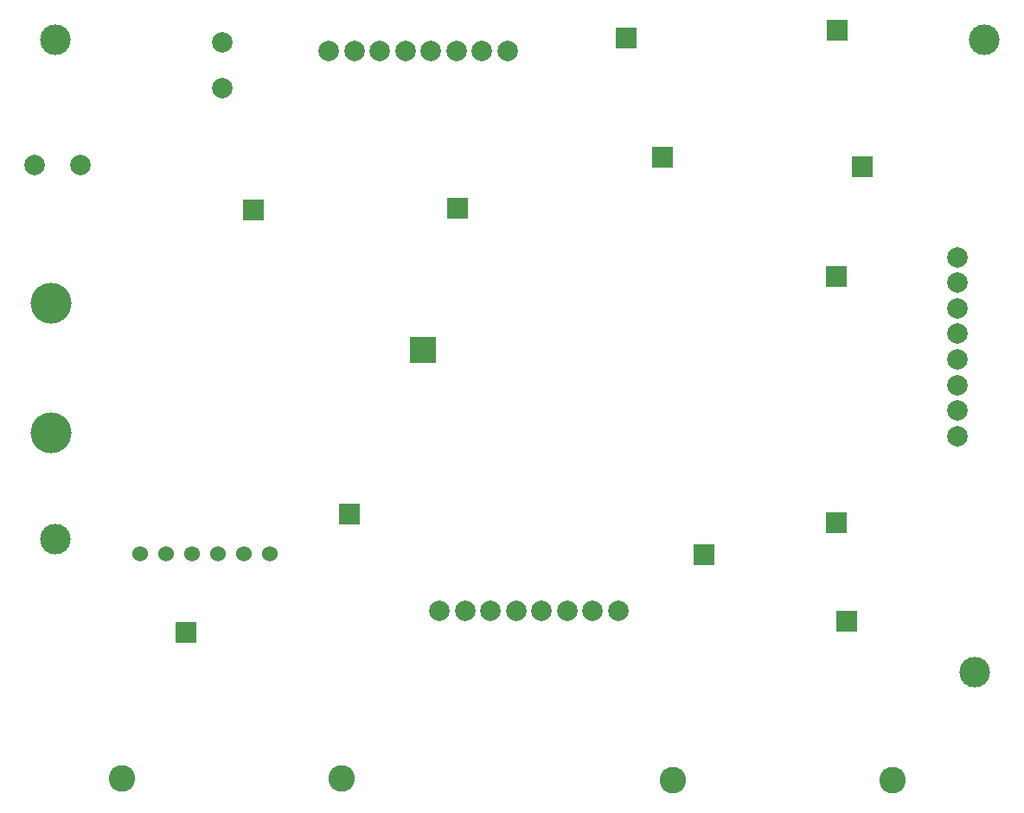
<source format=gbs>
G04 (created by PCBNEW (2013-07-07 BZR 4022)-stable) date 9/11/2014 11:21:24 AM*
%MOIN*%
G04 Gerber Fmt 3.4, Leading zero omitted, Abs format*
%FSLAX34Y34*%
G01*
G70*
G90*
G04 APERTURE LIST*
%ADD10C,0.00590551*%
%ADD11C,0.102362*%
%ADD12C,0.15748*%
%ADD13C,0.0787*%
%ADD14R,0.0826772X0.0826772*%
%ADD15C,0.06*%
%ADD16C,0.0787402*%
%ADD17C,0.11811*%
%ADD18R,0.0984X0.0984*%
G04 APERTURE END LIST*
G54D10*
G54D11*
X68110Y-51811D03*
X59645Y-51811D03*
X46870Y-51732D03*
X38405Y-51732D03*
G54D12*
X35681Y-38389D03*
X35681Y-33389D03*
G54D13*
X36811Y-28070D03*
X35039Y-28070D03*
G54D14*
X59251Y-27755D03*
X65984Y-22854D03*
X65925Y-41860D03*
X57834Y-23169D03*
X51338Y-29744D03*
X43464Y-29803D03*
X60826Y-43110D03*
X66929Y-28149D03*
X40885Y-46102D03*
X66338Y-45669D03*
X65944Y-32381D03*
X47185Y-41535D03*
G54D15*
X43106Y-43074D03*
X44106Y-43076D03*
X39114Y-43074D03*
X40114Y-43076D03*
X42110Y-43076D03*
X41110Y-43074D03*
G54D13*
X42283Y-25118D03*
X42283Y-23346D03*
G54D16*
X70610Y-35570D03*
X70610Y-36555D03*
X70610Y-32618D03*
X70610Y-31633D03*
X70610Y-33602D03*
X70610Y-34586D03*
X70610Y-38523D03*
X70610Y-37539D03*
X53602Y-45255D03*
X52618Y-45255D03*
X56555Y-45255D03*
X57539Y-45255D03*
X55570Y-45255D03*
X54586Y-45255D03*
X50649Y-45255D03*
X51633Y-45255D03*
X50314Y-23661D03*
X51299Y-23661D03*
X47362Y-23661D03*
X46377Y-23661D03*
X48346Y-23661D03*
X49330Y-23661D03*
X53267Y-23661D03*
X52283Y-23661D03*
G54D17*
X35826Y-42519D03*
X35826Y-23228D03*
X71653Y-23228D03*
G54D18*
X50003Y-35208D03*
G54D17*
X71259Y-47637D03*
M02*

</source>
